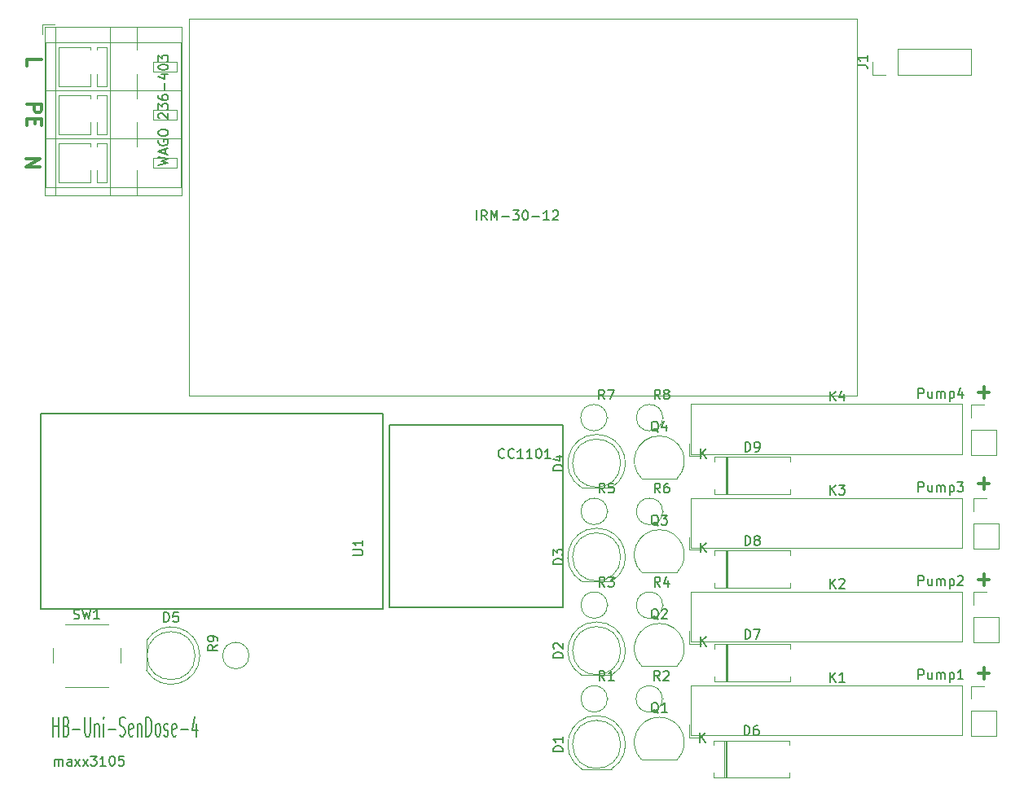
<source format=gbr>
%TF.GenerationSoftware,KiCad,Pcbnew,(5.1.9)-1*%
%TF.CreationDate,2021-02-20T10:07:39+01:00*%
%TF.ProjectId,HB-Uni-SenDose-4,48422d55-6e69-42d5-9365-6e446f73652d,rev?*%
%TF.SameCoordinates,Original*%
%TF.FileFunction,Legend,Top*%
%TF.FilePolarity,Positive*%
%FSLAX46Y46*%
G04 Gerber Fmt 4.6, Leading zero omitted, Abs format (unit mm)*
G04 Created by KiCad (PCBNEW (5.1.9)-1) date 2021-02-20 10:07:39*
%MOMM*%
%LPD*%
G01*
G04 APERTURE LIST*
%ADD10C,0.300000*%
%ADD11C,0.150000*%
%ADD12C,0.120000*%
G04 APERTURE END LIST*
D10*
X81321428Y-58428571D02*
X82821428Y-58428571D01*
X82821428Y-59000000D01*
X82750000Y-59142857D01*
X82678571Y-59214285D01*
X82535714Y-59285714D01*
X82321428Y-59285714D01*
X82178571Y-59214285D01*
X82107142Y-59142857D01*
X82035714Y-59000000D01*
X82035714Y-58428571D01*
X82107142Y-59928571D02*
X82107142Y-60428571D01*
X81321428Y-60642857D02*
X81321428Y-59928571D01*
X82821428Y-59928571D01*
X82821428Y-60642857D01*
X81321428Y-54464285D02*
X81321428Y-53750000D01*
X82821428Y-53750000D01*
X82678571Y-64928571D02*
X81178571Y-64928571D01*
X82678571Y-64071428D01*
X81178571Y-64071428D01*
X180178571Y-117607142D02*
X181321428Y-117607142D01*
X180750000Y-118178571D02*
X180750000Y-117035714D01*
X180178571Y-107857142D02*
X181321428Y-107857142D01*
X180750000Y-108428571D02*
X180750000Y-107285714D01*
X180178571Y-97857142D02*
X181321428Y-97857142D01*
X180750000Y-98428571D02*
X180750000Y-97285714D01*
X180178571Y-88357142D02*
X181321428Y-88357142D01*
X180750000Y-88928571D02*
X180750000Y-87785714D01*
D11*
X84154761Y-127202380D02*
X84154761Y-126535714D01*
X84154761Y-126630952D02*
X84202380Y-126583333D01*
X84297619Y-126535714D01*
X84440476Y-126535714D01*
X84535714Y-126583333D01*
X84583333Y-126678571D01*
X84583333Y-127202380D01*
X84583333Y-126678571D02*
X84630952Y-126583333D01*
X84726190Y-126535714D01*
X84869047Y-126535714D01*
X84964285Y-126583333D01*
X85011904Y-126678571D01*
X85011904Y-127202380D01*
X85916666Y-127202380D02*
X85916666Y-126678571D01*
X85869047Y-126583333D01*
X85773809Y-126535714D01*
X85583333Y-126535714D01*
X85488095Y-126583333D01*
X85916666Y-127154761D02*
X85821428Y-127202380D01*
X85583333Y-127202380D01*
X85488095Y-127154761D01*
X85440476Y-127059523D01*
X85440476Y-126964285D01*
X85488095Y-126869047D01*
X85583333Y-126821428D01*
X85821428Y-126821428D01*
X85916666Y-126773809D01*
X86297619Y-127202380D02*
X86821428Y-126535714D01*
X86297619Y-126535714D02*
X86821428Y-127202380D01*
X87107142Y-127202380D02*
X87630952Y-126535714D01*
X87107142Y-126535714D02*
X87630952Y-127202380D01*
X87916666Y-126202380D02*
X88535714Y-126202380D01*
X88202380Y-126583333D01*
X88345238Y-126583333D01*
X88440476Y-126630952D01*
X88488095Y-126678571D01*
X88535714Y-126773809D01*
X88535714Y-127011904D01*
X88488095Y-127107142D01*
X88440476Y-127154761D01*
X88345238Y-127202380D01*
X88059523Y-127202380D01*
X87964285Y-127154761D01*
X87916666Y-127107142D01*
X89488095Y-127202380D02*
X88916666Y-127202380D01*
X89202380Y-127202380D02*
X89202380Y-126202380D01*
X89107142Y-126345238D01*
X89011904Y-126440476D01*
X88916666Y-126488095D01*
X90107142Y-126202380D02*
X90202380Y-126202380D01*
X90297619Y-126250000D01*
X90345238Y-126297619D01*
X90392857Y-126392857D01*
X90440476Y-126583333D01*
X90440476Y-126821428D01*
X90392857Y-127011904D01*
X90345238Y-127107142D01*
X90297619Y-127154761D01*
X90202380Y-127202380D01*
X90107142Y-127202380D01*
X90011904Y-127154761D01*
X89964285Y-127107142D01*
X89916666Y-127011904D01*
X89869047Y-126821428D01*
X89869047Y-126583333D01*
X89916666Y-126392857D01*
X89964285Y-126297619D01*
X90011904Y-126250000D01*
X90107142Y-126202380D01*
X91345238Y-126202380D02*
X90869047Y-126202380D01*
X90821428Y-126678571D01*
X90869047Y-126630952D01*
X90964285Y-126583333D01*
X91202380Y-126583333D01*
X91297619Y-126630952D01*
X91345238Y-126678571D01*
X91392857Y-126773809D01*
X91392857Y-127011904D01*
X91345238Y-127107142D01*
X91297619Y-127154761D01*
X91202380Y-127202380D01*
X90964285Y-127202380D01*
X90869047Y-127154761D01*
X90821428Y-127107142D01*
X84023809Y-124154761D02*
X84023809Y-122154761D01*
X84023809Y-123107142D02*
X84595238Y-123107142D01*
X84595238Y-124154761D02*
X84595238Y-122154761D01*
X85404761Y-123107142D02*
X85547619Y-123202380D01*
X85595238Y-123297619D01*
X85642857Y-123488095D01*
X85642857Y-123773809D01*
X85595238Y-123964285D01*
X85547619Y-124059523D01*
X85452380Y-124154761D01*
X85071428Y-124154761D01*
X85071428Y-122154761D01*
X85404761Y-122154761D01*
X85500000Y-122250000D01*
X85547619Y-122345238D01*
X85595238Y-122535714D01*
X85595238Y-122726190D01*
X85547619Y-122916666D01*
X85500000Y-123011904D01*
X85404761Y-123107142D01*
X85071428Y-123107142D01*
X86071428Y-123392857D02*
X86833333Y-123392857D01*
X87309523Y-122154761D02*
X87309523Y-123773809D01*
X87357142Y-123964285D01*
X87404761Y-124059523D01*
X87500000Y-124154761D01*
X87690476Y-124154761D01*
X87785714Y-124059523D01*
X87833333Y-123964285D01*
X87880952Y-123773809D01*
X87880952Y-122154761D01*
X88357142Y-122821428D02*
X88357142Y-124154761D01*
X88357142Y-123011904D02*
X88404761Y-122916666D01*
X88500000Y-122821428D01*
X88642857Y-122821428D01*
X88738095Y-122916666D01*
X88785714Y-123107142D01*
X88785714Y-124154761D01*
X89261904Y-124154761D02*
X89261904Y-122821428D01*
X89261904Y-122154761D02*
X89214285Y-122250000D01*
X89261904Y-122345238D01*
X89309523Y-122250000D01*
X89261904Y-122154761D01*
X89261904Y-122345238D01*
X89738095Y-123392857D02*
X90500000Y-123392857D01*
X90928571Y-124059523D02*
X91071428Y-124154761D01*
X91309523Y-124154761D01*
X91404761Y-124059523D01*
X91452380Y-123964285D01*
X91500000Y-123773809D01*
X91500000Y-123583333D01*
X91452380Y-123392857D01*
X91404761Y-123297619D01*
X91309523Y-123202380D01*
X91119047Y-123107142D01*
X91023809Y-123011904D01*
X90976190Y-122916666D01*
X90928571Y-122726190D01*
X90928571Y-122535714D01*
X90976190Y-122345238D01*
X91023809Y-122250000D01*
X91119047Y-122154761D01*
X91357142Y-122154761D01*
X91500000Y-122250000D01*
X92309523Y-124059523D02*
X92214285Y-124154761D01*
X92023809Y-124154761D01*
X91928571Y-124059523D01*
X91880952Y-123869047D01*
X91880952Y-123107142D01*
X91928571Y-122916666D01*
X92023809Y-122821428D01*
X92214285Y-122821428D01*
X92309523Y-122916666D01*
X92357142Y-123107142D01*
X92357142Y-123297619D01*
X91880952Y-123488095D01*
X92785714Y-122821428D02*
X92785714Y-124154761D01*
X92785714Y-123011904D02*
X92833333Y-122916666D01*
X92928571Y-122821428D01*
X93071428Y-122821428D01*
X93166666Y-122916666D01*
X93214285Y-123107142D01*
X93214285Y-124154761D01*
X93690476Y-124154761D02*
X93690476Y-122154761D01*
X93928571Y-122154761D01*
X94071428Y-122250000D01*
X94166666Y-122440476D01*
X94214285Y-122630952D01*
X94261904Y-123011904D01*
X94261904Y-123297619D01*
X94214285Y-123678571D01*
X94166666Y-123869047D01*
X94071428Y-124059523D01*
X93928571Y-124154761D01*
X93690476Y-124154761D01*
X94833333Y-124154761D02*
X94738095Y-124059523D01*
X94690476Y-123964285D01*
X94642857Y-123773809D01*
X94642857Y-123202380D01*
X94690476Y-123011904D01*
X94738095Y-122916666D01*
X94833333Y-122821428D01*
X94976190Y-122821428D01*
X95071428Y-122916666D01*
X95119047Y-123011904D01*
X95166666Y-123202380D01*
X95166666Y-123773809D01*
X95119047Y-123964285D01*
X95071428Y-124059523D01*
X94976190Y-124154761D01*
X94833333Y-124154761D01*
X95547619Y-124059523D02*
X95642857Y-124154761D01*
X95833333Y-124154761D01*
X95928571Y-124059523D01*
X95976190Y-123869047D01*
X95976190Y-123773809D01*
X95928571Y-123583333D01*
X95833333Y-123488095D01*
X95690476Y-123488095D01*
X95595238Y-123392857D01*
X95547619Y-123202380D01*
X95547619Y-123107142D01*
X95595238Y-122916666D01*
X95690476Y-122821428D01*
X95833333Y-122821428D01*
X95928571Y-122916666D01*
X96785714Y-124059523D02*
X96690476Y-124154761D01*
X96500000Y-124154761D01*
X96404761Y-124059523D01*
X96357142Y-123869047D01*
X96357142Y-123107142D01*
X96404761Y-122916666D01*
X96500000Y-122821428D01*
X96690476Y-122821428D01*
X96785714Y-122916666D01*
X96833333Y-123107142D01*
X96833333Y-123297619D01*
X96357142Y-123488095D01*
X97261904Y-123392857D02*
X98023809Y-123392857D01*
X98928571Y-122821428D02*
X98928571Y-124154761D01*
X98690476Y-122059523D02*
X98452380Y-123488095D01*
X99071428Y-123488095D01*
D12*
%TO.C,WAGO 236-403*%
X84250000Y-50380000D02*
X84250000Y-67920000D01*
X89950000Y-50380000D02*
X89950000Y-67920000D01*
X92750000Y-50380000D02*
X92750000Y-52770000D01*
X92750000Y-55230000D02*
X92750000Y-57770000D01*
X92750000Y-60230000D02*
X92750000Y-62770000D01*
X92750000Y-65230000D02*
X92750000Y-67920000D01*
X97370000Y-50380000D02*
X97370000Y-67920000D01*
X83130000Y-50380000D02*
X83130000Y-67920000D01*
X97370000Y-50380000D02*
X83130000Y-50380000D01*
X97370000Y-67920000D02*
X83130000Y-67920000D01*
X87850000Y-52500000D02*
X87850000Y-52770000D01*
X87850000Y-55230000D02*
X87850000Y-56500000D01*
X84550000Y-52500000D02*
X84550000Y-56500000D01*
X87850000Y-52500000D02*
X84550000Y-52500000D01*
X87850000Y-56500000D02*
X84550000Y-56500000D01*
X97250000Y-52000000D02*
X97250000Y-57000000D01*
X83250000Y-52000000D02*
X83250000Y-57000000D01*
X97250000Y-52000000D02*
X83250000Y-52000000D01*
X97250000Y-57000000D02*
X83250000Y-57000000D01*
X89550000Y-52500000D02*
X89550000Y-56500000D01*
X88550000Y-52500000D02*
X88550000Y-52770000D01*
X88550000Y-55230000D02*
X88550000Y-56500000D01*
X89550000Y-52500000D02*
X88550000Y-52500000D01*
X89550000Y-56500000D02*
X88550000Y-56500000D01*
X96900000Y-54000000D02*
X96900000Y-55000000D01*
X94401000Y-54000000D02*
X94401000Y-55000000D01*
X96900000Y-54000000D02*
X94401000Y-54000000D01*
X96900000Y-55000000D02*
X94401000Y-55000000D01*
X87850000Y-57500000D02*
X87850000Y-57770000D01*
X87850000Y-60230000D02*
X87850000Y-61500000D01*
X84550000Y-57500000D02*
X84550000Y-61500000D01*
X87850000Y-57500000D02*
X84550000Y-57500000D01*
X87850000Y-61500000D02*
X84550000Y-61500000D01*
X97250000Y-57000000D02*
X97250000Y-62000000D01*
X83250000Y-57000000D02*
X83250000Y-62000000D01*
X97250000Y-57000000D02*
X83250000Y-57000000D01*
X97250000Y-62000000D02*
X83250000Y-62000000D01*
X89550000Y-57500000D02*
X89550000Y-61500000D01*
X88550000Y-57500000D02*
X88550000Y-57770000D01*
X88550000Y-60230000D02*
X88550000Y-61500000D01*
X89550000Y-57500000D02*
X88550000Y-57500000D01*
X89550000Y-61500000D02*
X88550000Y-61500000D01*
X96900000Y-59000000D02*
X96900000Y-60000000D01*
X94401000Y-59000000D02*
X94401000Y-60000000D01*
X96900000Y-59000000D02*
X94401000Y-59000000D01*
X96900000Y-60000000D02*
X94401000Y-60000000D01*
X87850000Y-62500000D02*
X87850000Y-62770000D01*
X87850000Y-65230000D02*
X87850000Y-66500000D01*
X84550000Y-62500000D02*
X84550000Y-66500000D01*
X87850000Y-62500000D02*
X84550000Y-62500000D01*
X87850000Y-66500000D02*
X84550000Y-66500000D01*
X97250000Y-62000000D02*
X97250000Y-67000000D01*
X83250000Y-62000000D02*
X83250000Y-67000000D01*
X97250000Y-62000000D02*
X83250000Y-62000000D01*
X97250000Y-67000000D02*
X83250000Y-67000000D01*
X89550000Y-62500000D02*
X89550000Y-66500000D01*
X88550000Y-62500000D02*
X88550000Y-62770000D01*
X88550000Y-65230000D02*
X88550000Y-66500000D01*
X89550000Y-62500000D02*
X88550000Y-62500000D01*
X89550000Y-66500000D02*
X88550000Y-66500000D01*
X96900000Y-64000000D02*
X96900000Y-65000000D01*
X94401000Y-64000000D02*
X94401000Y-65000000D01*
X96900000Y-64000000D02*
X94401000Y-64000000D01*
X96900000Y-65000000D02*
X94401000Y-65000000D01*
X84130000Y-50140000D02*
X82890000Y-50140000D01*
X82890000Y-50140000D02*
X82890000Y-51140000D01*
%TO.C,IRM-30-12*%
X98100000Y-49550000D02*
X167600000Y-49550000D01*
X167600000Y-88750000D02*
X98100000Y-88750000D01*
X98100000Y-88750000D02*
X98100000Y-49550000D01*
X167600000Y-49550000D02*
X167600000Y-88750000D01*
D11*
%TO.C,U2*%
X137000000Y-92750000D02*
X137000000Y-110750000D01*
X137000000Y-110750000D02*
X119000000Y-110750000D01*
X119000000Y-110750000D02*
X119000000Y-91750000D01*
X119000000Y-91750000D02*
X137000000Y-91750000D01*
X137000000Y-91750000D02*
X137000000Y-92750000D01*
%TO.C,U1*%
X82720000Y-110910000D02*
X118280000Y-110910000D01*
X82720000Y-90590000D02*
X82720000Y-110910000D01*
X118280000Y-90590000D02*
X82720000Y-90590000D01*
X118280000Y-110910000D02*
X118280000Y-90590000D01*
D12*
%TO.C,SW1*%
X85250000Y-119000000D02*
X89750000Y-119000000D01*
X84000000Y-115000000D02*
X84000000Y-116500000D01*
X89750000Y-112500000D02*
X85250000Y-112500000D01*
X91000000Y-116500000D02*
X91000000Y-115000000D01*
%TO.C,R9*%
X104370000Y-115750000D02*
G75*
G03*
X104370000Y-115750000I-1370000J0D01*
G01*
X103000000Y-114380000D02*
X103000000Y-114310000D01*
%TO.C,R8*%
X147370000Y-91000000D02*
G75*
G03*
X147370000Y-91000000I-1370000J0D01*
G01*
X147370000Y-91000000D02*
X147440000Y-91000000D01*
%TO.C,R7*%
X141580000Y-91000000D02*
G75*
G03*
X141580000Y-91000000I-1370000J0D01*
G01*
X141580000Y-91000000D02*
X141650000Y-91000000D01*
%TO.C,R6*%
X147370000Y-100750000D02*
G75*
G03*
X147370000Y-100750000I-1370000J0D01*
G01*
X147370000Y-100750000D02*
X147440000Y-100750000D01*
%TO.C,R5*%
X141620000Y-100750000D02*
G75*
G03*
X141620000Y-100750000I-1370000J0D01*
G01*
X141620000Y-100750000D02*
X141690000Y-100750000D01*
%TO.C,R4*%
X147370000Y-110500000D02*
G75*
G03*
X147370000Y-110500000I-1370000J0D01*
G01*
X147370000Y-110500000D02*
X147440000Y-110500000D01*
%TO.C,R3*%
X141620000Y-110500000D02*
G75*
G03*
X141620000Y-110500000I-1370000J0D01*
G01*
X141620000Y-110500000D02*
X141690000Y-110500000D01*
%TO.C,R2*%
X147330000Y-120250000D02*
G75*
G03*
X147330000Y-120250000I-1370000J0D01*
G01*
X147330000Y-120250000D02*
X147400000Y-120250000D01*
%TO.C,R1*%
X141620000Y-120250000D02*
G75*
G03*
X141620000Y-120250000I-1370000J0D01*
G01*
X141620000Y-120250000D02*
X141690000Y-120250000D01*
%TO.C,Q4*%
X145220000Y-97350000D02*
X148820000Y-97350000D01*
X148858478Y-97338478D02*
G75*
G03*
X147020000Y-92900000I-1838478J1838478D01*
G01*
X145181522Y-97338478D02*
G75*
G02*
X147020000Y-92900000I1838478J1838478D01*
G01*
%TO.C,Q3*%
X145220000Y-107100000D02*
X148820000Y-107100000D01*
X148858478Y-107088478D02*
G75*
G03*
X147020000Y-102650000I-1838478J1838478D01*
G01*
X145181522Y-107088478D02*
G75*
G02*
X147020000Y-102650000I1838478J1838478D01*
G01*
%TO.C,Q2*%
X145220000Y-116850000D02*
X148820000Y-116850000D01*
X148858478Y-116838478D02*
G75*
G03*
X147020000Y-112400000I-1838478J1838478D01*
G01*
X145181522Y-116838478D02*
G75*
G02*
X147020000Y-112400000I1838478J1838478D01*
G01*
%TO.C,Q1*%
X145220000Y-126600000D02*
X148820000Y-126600000D01*
X148858478Y-126588478D02*
G75*
G03*
X147020000Y-122150000I-1838478J1838478D01*
G01*
X145181522Y-126588478D02*
G75*
G02*
X147020000Y-122150000I1838478J1838478D01*
G01*
%TO.C,K4*%
X150100000Y-95000000D02*
X150100000Y-93700000D01*
X151400000Y-95000000D02*
X150100000Y-95000000D01*
X150300000Y-94800000D02*
X150300000Y-89600000D01*
X178500000Y-94800000D02*
X150300000Y-94800000D01*
X178500000Y-89600000D02*
X178500000Y-94800000D01*
X150300000Y-89600000D02*
X178500000Y-89600000D01*
%TO.C,K3*%
X150100000Y-104750000D02*
X150100000Y-103450000D01*
X151400000Y-104750000D02*
X150100000Y-104750000D01*
X150300000Y-104550000D02*
X150300000Y-99350000D01*
X178500000Y-104550000D02*
X150300000Y-104550000D01*
X178500000Y-99350000D02*
X178500000Y-104550000D01*
X150300000Y-99350000D02*
X178500000Y-99350000D01*
%TO.C,K2*%
X150100000Y-114500000D02*
X150100000Y-113200000D01*
X151400000Y-114500000D02*
X150100000Y-114500000D01*
X150300000Y-114300000D02*
X150300000Y-109100000D01*
X178500000Y-114300000D02*
X150300000Y-114300000D01*
X178500000Y-109100000D02*
X178500000Y-114300000D01*
X150300000Y-109100000D02*
X178500000Y-109100000D01*
%TO.C,K1*%
X150100000Y-124250000D02*
X150100000Y-122950000D01*
X151400000Y-124250000D02*
X150100000Y-124250000D01*
X150300000Y-124050000D02*
X150300000Y-118850000D01*
X178500000Y-124050000D02*
X150300000Y-124050000D01*
X178500000Y-118850000D02*
X178500000Y-124050000D01*
X150300000Y-118850000D02*
X178500000Y-118850000D01*
%TO.C,Pump4*%
X179420000Y-94870000D02*
X182080000Y-94870000D01*
X179420000Y-92270000D02*
X179420000Y-94870000D01*
X182080000Y-92270000D02*
X182080000Y-94870000D01*
X179420000Y-92270000D02*
X182080000Y-92270000D01*
X179420000Y-91000000D02*
X179420000Y-89670000D01*
X179420000Y-89670000D02*
X180750000Y-89670000D01*
%TO.C,Pump3*%
X179670000Y-104620000D02*
X182330000Y-104620000D01*
X179670000Y-102020000D02*
X179670000Y-104620000D01*
X182330000Y-102020000D02*
X182330000Y-104620000D01*
X179670000Y-102020000D02*
X182330000Y-102020000D01*
X179670000Y-100750000D02*
X179670000Y-99420000D01*
X179670000Y-99420000D02*
X181000000Y-99420000D01*
%TO.C,Pump2*%
X179670000Y-114330000D02*
X182330000Y-114330000D01*
X179670000Y-111730000D02*
X179670000Y-114330000D01*
X182330000Y-111730000D02*
X182330000Y-114330000D01*
X179670000Y-111730000D02*
X182330000Y-111730000D01*
X179670000Y-110460000D02*
X179670000Y-109130000D01*
X179670000Y-109130000D02*
X181000000Y-109130000D01*
%TO.C,Pump1*%
X179420000Y-124120000D02*
X182080000Y-124120000D01*
X179420000Y-121520000D02*
X179420000Y-124120000D01*
X182080000Y-121520000D02*
X182080000Y-124120000D01*
X179420000Y-121520000D02*
X182080000Y-121520000D01*
X179420000Y-120250000D02*
X179420000Y-118920000D01*
X179420000Y-118920000D02*
X180750000Y-118920000D01*
%TO.C,J1*%
X179450000Y-55330000D02*
X179450000Y-52670000D01*
X171770000Y-55330000D02*
X179450000Y-55330000D01*
X171770000Y-52670000D02*
X179450000Y-52670000D01*
X171770000Y-55330000D02*
X171770000Y-52670000D01*
X170500000Y-55330000D02*
X169170000Y-55330000D01*
X169170000Y-55330000D02*
X169170000Y-54000000D01*
%TO.C,D9*%
X152750000Y-95560000D02*
X152750000Y-95080000D01*
X152750000Y-95080000D02*
X160590000Y-95080000D01*
X160590000Y-95080000D02*
X160590000Y-95560000D01*
X152750000Y-98440000D02*
X152750000Y-98920000D01*
X152750000Y-98920000D02*
X160590000Y-98920000D01*
X160590000Y-98920000D02*
X160590000Y-98440000D01*
X154010000Y-95080000D02*
X154010000Y-98920000D01*
X154130000Y-95080000D02*
X154130000Y-98920000D01*
X153890000Y-95080000D02*
X153890000Y-98920000D01*
%TO.C,D8*%
X152750000Y-105310000D02*
X152750000Y-104830000D01*
X152750000Y-104830000D02*
X160590000Y-104830000D01*
X160590000Y-104830000D02*
X160590000Y-105310000D01*
X152750000Y-108190000D02*
X152750000Y-108670000D01*
X152750000Y-108670000D02*
X160590000Y-108670000D01*
X160590000Y-108670000D02*
X160590000Y-108190000D01*
X154010000Y-104830000D02*
X154010000Y-108670000D01*
X154130000Y-104830000D02*
X154130000Y-108670000D01*
X153890000Y-104830000D02*
X153890000Y-108670000D01*
%TO.C,D7*%
X152750000Y-115060000D02*
X152750000Y-114580000D01*
X152750000Y-114580000D02*
X160590000Y-114580000D01*
X160590000Y-114580000D02*
X160590000Y-115060000D01*
X152750000Y-117940000D02*
X152750000Y-118420000D01*
X152750000Y-118420000D02*
X160590000Y-118420000D01*
X160590000Y-118420000D02*
X160590000Y-117940000D01*
X154010000Y-114580000D02*
X154010000Y-118420000D01*
X154130000Y-114580000D02*
X154130000Y-118420000D01*
X153890000Y-114580000D02*
X153890000Y-118420000D01*
%TO.C,D6*%
X152660000Y-125060000D02*
X152660000Y-124580000D01*
X152660000Y-124580000D02*
X160500000Y-124580000D01*
X160500000Y-124580000D02*
X160500000Y-125060000D01*
X152660000Y-127940000D02*
X152660000Y-128420000D01*
X152660000Y-128420000D02*
X160500000Y-128420000D01*
X160500000Y-128420000D02*
X160500000Y-127940000D01*
X153920000Y-124580000D02*
X153920000Y-128420000D01*
X154040000Y-124580000D02*
X154040000Y-128420000D01*
X153800000Y-124580000D02*
X153800000Y-128420000D01*
%TO.C,D5*%
X98770000Y-115750000D02*
G75*
G03*
X98770000Y-115750000I-2500000J0D01*
G01*
X93710000Y-114205000D02*
X93710000Y-117295000D01*
X99260000Y-115749538D02*
G75*
G02*
X93710000Y-117294830I-2990000J-462D01*
G01*
X99260000Y-115750462D02*
G75*
G03*
X93710000Y-114205170I-2990000J462D01*
G01*
%TO.C,D4*%
X143000000Y-95730000D02*
G75*
G03*
X143000000Y-95730000I-2500000J0D01*
G01*
X138955000Y-98290000D02*
X142045000Y-98290000D01*
X140499538Y-92740000D02*
G75*
G02*
X142044830Y-98290000I462J-2990000D01*
G01*
X140500462Y-92740000D02*
G75*
G03*
X138955170Y-98290000I-462J-2990000D01*
G01*
%TO.C,D3*%
X143000000Y-105480000D02*
G75*
G03*
X143000000Y-105480000I-2500000J0D01*
G01*
X138955000Y-108040000D02*
X142045000Y-108040000D01*
X140499538Y-102490000D02*
G75*
G02*
X142044830Y-108040000I462J-2990000D01*
G01*
X140500462Y-102490000D02*
G75*
G03*
X138955170Y-108040000I-462J-2990000D01*
G01*
%TO.C,D2*%
X143000000Y-115230000D02*
G75*
G03*
X143000000Y-115230000I-2500000J0D01*
G01*
X138955000Y-117790000D02*
X142045000Y-117790000D01*
X140499538Y-112240000D02*
G75*
G02*
X142044830Y-117790000I462J-2990000D01*
G01*
X140500462Y-112240000D02*
G75*
G03*
X138955170Y-117790000I-462J-2990000D01*
G01*
%TO.C,D1*%
X143000000Y-124980000D02*
G75*
G03*
X143000000Y-124980000I-2500000J0D01*
G01*
X138955000Y-127540000D02*
X142045000Y-127540000D01*
X140499538Y-121990000D02*
G75*
G02*
X142044830Y-127540000I462J-2990000D01*
G01*
X140500462Y-121990000D02*
G75*
G03*
X138955170Y-127540000I-462J-2990000D01*
G01*
%TO.C,WAGO 236-403*%
D11*
X94952380Y-64738095D02*
X95952380Y-64500000D01*
X95238095Y-64309523D01*
X95952380Y-64119047D01*
X94952380Y-63880952D01*
X95666666Y-63547619D02*
X95666666Y-63071428D01*
X95952380Y-63642857D02*
X94952380Y-63309523D01*
X95952380Y-62976190D01*
X95000000Y-62119047D02*
X94952380Y-62214285D01*
X94952380Y-62357142D01*
X95000000Y-62500000D01*
X95095238Y-62595238D01*
X95190476Y-62642857D01*
X95380952Y-62690476D01*
X95523809Y-62690476D01*
X95714285Y-62642857D01*
X95809523Y-62595238D01*
X95904761Y-62500000D01*
X95952380Y-62357142D01*
X95952380Y-62261904D01*
X95904761Y-62119047D01*
X95857142Y-62071428D01*
X95523809Y-62071428D01*
X95523809Y-62261904D01*
X94952380Y-61452380D02*
X94952380Y-61261904D01*
X95000000Y-61166666D01*
X95095238Y-61071428D01*
X95285714Y-61023809D01*
X95619047Y-61023809D01*
X95809523Y-61071428D01*
X95904761Y-61166666D01*
X95952380Y-61261904D01*
X95952380Y-61452380D01*
X95904761Y-61547619D01*
X95809523Y-61642857D01*
X95619047Y-61690476D01*
X95285714Y-61690476D01*
X95095238Y-61642857D01*
X95000000Y-61547619D01*
X94952380Y-61452380D01*
X95047619Y-59880952D02*
X95000000Y-59833333D01*
X94952380Y-59738095D01*
X94952380Y-59500000D01*
X95000000Y-59404761D01*
X95047619Y-59357142D01*
X95142857Y-59309523D01*
X95238095Y-59309523D01*
X95380952Y-59357142D01*
X95952380Y-59928571D01*
X95952380Y-59309523D01*
X94952380Y-58976190D02*
X94952380Y-58357142D01*
X95333333Y-58690476D01*
X95333333Y-58547619D01*
X95380952Y-58452380D01*
X95428571Y-58404761D01*
X95523809Y-58357142D01*
X95761904Y-58357142D01*
X95857142Y-58404761D01*
X95904761Y-58452380D01*
X95952380Y-58547619D01*
X95952380Y-58833333D01*
X95904761Y-58928571D01*
X95857142Y-58976190D01*
X94952380Y-57500000D02*
X94952380Y-57690476D01*
X95000000Y-57785714D01*
X95047619Y-57833333D01*
X95190476Y-57928571D01*
X95380952Y-57976190D01*
X95761904Y-57976190D01*
X95857142Y-57928571D01*
X95904761Y-57880952D01*
X95952380Y-57785714D01*
X95952380Y-57595238D01*
X95904761Y-57500000D01*
X95857142Y-57452380D01*
X95761904Y-57404761D01*
X95523809Y-57404761D01*
X95428571Y-57452380D01*
X95380952Y-57500000D01*
X95333333Y-57595238D01*
X95333333Y-57785714D01*
X95380952Y-57880952D01*
X95428571Y-57928571D01*
X95523809Y-57976190D01*
X95571428Y-56976190D02*
X95571428Y-56214285D01*
X95285714Y-55309523D02*
X95952380Y-55309523D01*
X94904761Y-55547619D02*
X95619047Y-55785714D01*
X95619047Y-55166666D01*
X94952380Y-54595238D02*
X94952380Y-54500000D01*
X95000000Y-54404761D01*
X95047619Y-54357142D01*
X95142857Y-54309523D01*
X95333333Y-54261904D01*
X95571428Y-54261904D01*
X95761904Y-54309523D01*
X95857142Y-54357142D01*
X95904761Y-54404761D01*
X95952380Y-54500000D01*
X95952380Y-54595238D01*
X95904761Y-54690476D01*
X95857142Y-54738095D01*
X95761904Y-54785714D01*
X95571428Y-54833333D01*
X95333333Y-54833333D01*
X95142857Y-54785714D01*
X95047619Y-54738095D01*
X95000000Y-54690476D01*
X94952380Y-54595238D01*
X94952380Y-53928571D02*
X94952380Y-53309523D01*
X95333333Y-53642857D01*
X95333333Y-53500000D01*
X95380952Y-53404761D01*
X95428571Y-53357142D01*
X95523809Y-53309523D01*
X95761904Y-53309523D01*
X95857142Y-53357142D01*
X95904761Y-53404761D01*
X95952380Y-53500000D01*
X95952380Y-53785714D01*
X95904761Y-53880952D01*
X95857142Y-53928571D01*
%TO.C,IRM-30-12*%
X128035714Y-70452380D02*
X128035714Y-69452380D01*
X129083333Y-70452380D02*
X128750000Y-69976190D01*
X128511904Y-70452380D02*
X128511904Y-69452380D01*
X128892857Y-69452380D01*
X128988095Y-69500000D01*
X129035714Y-69547619D01*
X129083333Y-69642857D01*
X129083333Y-69785714D01*
X129035714Y-69880952D01*
X128988095Y-69928571D01*
X128892857Y-69976190D01*
X128511904Y-69976190D01*
X129511904Y-70452380D02*
X129511904Y-69452380D01*
X129845238Y-70166666D01*
X130178571Y-69452380D01*
X130178571Y-70452380D01*
X130654761Y-70071428D02*
X131416666Y-70071428D01*
X131797619Y-69452380D02*
X132416666Y-69452380D01*
X132083333Y-69833333D01*
X132226190Y-69833333D01*
X132321428Y-69880952D01*
X132369047Y-69928571D01*
X132416666Y-70023809D01*
X132416666Y-70261904D01*
X132369047Y-70357142D01*
X132321428Y-70404761D01*
X132226190Y-70452380D01*
X131940476Y-70452380D01*
X131845238Y-70404761D01*
X131797619Y-70357142D01*
X133035714Y-69452380D02*
X133130952Y-69452380D01*
X133226190Y-69500000D01*
X133273809Y-69547619D01*
X133321428Y-69642857D01*
X133369047Y-69833333D01*
X133369047Y-70071428D01*
X133321428Y-70261904D01*
X133273809Y-70357142D01*
X133226190Y-70404761D01*
X133130952Y-70452380D01*
X133035714Y-70452380D01*
X132940476Y-70404761D01*
X132892857Y-70357142D01*
X132845238Y-70261904D01*
X132797619Y-70071428D01*
X132797619Y-69833333D01*
X132845238Y-69642857D01*
X132892857Y-69547619D01*
X132940476Y-69500000D01*
X133035714Y-69452380D01*
X133797619Y-70071428D02*
X134559523Y-70071428D01*
X135559523Y-70452380D02*
X134988095Y-70452380D01*
X135273809Y-70452380D02*
X135273809Y-69452380D01*
X135178571Y-69595238D01*
X135083333Y-69690476D01*
X134988095Y-69738095D01*
X135940476Y-69547619D02*
X135988095Y-69500000D01*
X136083333Y-69452380D01*
X136321428Y-69452380D01*
X136416666Y-69500000D01*
X136464285Y-69547619D01*
X136511904Y-69642857D01*
X136511904Y-69738095D01*
X136464285Y-69880952D01*
X135892857Y-70452380D01*
X136511904Y-70452380D01*
%TO.C,U2*%
X130904761Y-95139142D02*
X130857142Y-95186761D01*
X130714285Y-95234380D01*
X130619047Y-95234380D01*
X130476190Y-95186761D01*
X130380952Y-95091523D01*
X130333333Y-94996285D01*
X130285714Y-94805809D01*
X130285714Y-94662952D01*
X130333333Y-94472476D01*
X130380952Y-94377238D01*
X130476190Y-94282000D01*
X130619047Y-94234380D01*
X130714285Y-94234380D01*
X130857142Y-94282000D01*
X130904761Y-94329619D01*
X131904761Y-95139142D02*
X131857142Y-95186761D01*
X131714285Y-95234380D01*
X131619047Y-95234380D01*
X131476190Y-95186761D01*
X131380952Y-95091523D01*
X131333333Y-94996285D01*
X131285714Y-94805809D01*
X131285714Y-94662952D01*
X131333333Y-94472476D01*
X131380952Y-94377238D01*
X131476190Y-94282000D01*
X131619047Y-94234380D01*
X131714285Y-94234380D01*
X131857142Y-94282000D01*
X131904761Y-94329619D01*
X132857142Y-95234380D02*
X132285714Y-95234380D01*
X132571428Y-95234380D02*
X132571428Y-94234380D01*
X132476190Y-94377238D01*
X132380952Y-94472476D01*
X132285714Y-94520095D01*
X133809523Y-95234380D02*
X133238095Y-95234380D01*
X133523809Y-95234380D02*
X133523809Y-94234380D01*
X133428571Y-94377238D01*
X133333333Y-94472476D01*
X133238095Y-94520095D01*
X134428571Y-94234380D02*
X134523809Y-94234380D01*
X134619047Y-94282000D01*
X134666666Y-94329619D01*
X134714285Y-94424857D01*
X134761904Y-94615333D01*
X134761904Y-94853428D01*
X134714285Y-95043904D01*
X134666666Y-95139142D01*
X134619047Y-95186761D01*
X134523809Y-95234380D01*
X134428571Y-95234380D01*
X134333333Y-95186761D01*
X134285714Y-95139142D01*
X134238095Y-95043904D01*
X134190476Y-94853428D01*
X134190476Y-94615333D01*
X134238095Y-94424857D01*
X134285714Y-94329619D01*
X134333333Y-94282000D01*
X134428571Y-94234380D01*
X135714285Y-95234380D02*
X135142857Y-95234380D01*
X135428571Y-95234380D02*
X135428571Y-94234380D01*
X135333333Y-94377238D01*
X135238095Y-94472476D01*
X135142857Y-94520095D01*
%TO.C,U1*%
X115192380Y-105321904D02*
X116001904Y-105321904D01*
X116097142Y-105274285D01*
X116144761Y-105226666D01*
X116192380Y-105131428D01*
X116192380Y-104940952D01*
X116144761Y-104845714D01*
X116097142Y-104798095D01*
X116001904Y-104750476D01*
X115192380Y-104750476D01*
X116192380Y-103750476D02*
X116192380Y-104321904D01*
X116192380Y-104036190D02*
X115192380Y-104036190D01*
X115335238Y-104131428D01*
X115430476Y-104226666D01*
X115478095Y-104321904D01*
%TO.C,SW1*%
X86166666Y-111904761D02*
X86309523Y-111952380D01*
X86547619Y-111952380D01*
X86642857Y-111904761D01*
X86690476Y-111857142D01*
X86738095Y-111761904D01*
X86738095Y-111666666D01*
X86690476Y-111571428D01*
X86642857Y-111523809D01*
X86547619Y-111476190D01*
X86357142Y-111428571D01*
X86261904Y-111380952D01*
X86214285Y-111333333D01*
X86166666Y-111238095D01*
X86166666Y-111142857D01*
X86214285Y-111047619D01*
X86261904Y-111000000D01*
X86357142Y-110952380D01*
X86595238Y-110952380D01*
X86738095Y-111000000D01*
X87071428Y-110952380D02*
X87309523Y-111952380D01*
X87500000Y-111238095D01*
X87690476Y-111952380D01*
X87928571Y-110952380D01*
X88833333Y-111952380D02*
X88261904Y-111952380D01*
X88547619Y-111952380D02*
X88547619Y-110952380D01*
X88452380Y-111095238D01*
X88357142Y-111190476D01*
X88261904Y-111238095D01*
%TO.C,R9*%
X101082380Y-114646666D02*
X100606190Y-114980000D01*
X101082380Y-115218095D02*
X100082380Y-115218095D01*
X100082380Y-114837142D01*
X100130000Y-114741904D01*
X100177619Y-114694285D01*
X100272857Y-114646666D01*
X100415714Y-114646666D01*
X100510952Y-114694285D01*
X100558571Y-114741904D01*
X100606190Y-114837142D01*
X100606190Y-115218095D01*
X101082380Y-114170476D02*
X101082380Y-113980000D01*
X101034761Y-113884761D01*
X100987142Y-113837142D01*
X100844285Y-113741904D01*
X100653809Y-113694285D01*
X100272857Y-113694285D01*
X100177619Y-113741904D01*
X100130000Y-113789523D01*
X100082380Y-113884761D01*
X100082380Y-114075238D01*
X100130000Y-114170476D01*
X100177619Y-114218095D01*
X100272857Y-114265714D01*
X100510952Y-114265714D01*
X100606190Y-114218095D01*
X100653809Y-114170476D01*
X100701428Y-114075238D01*
X100701428Y-113884761D01*
X100653809Y-113789523D01*
X100606190Y-113741904D01*
X100510952Y-113694285D01*
%TO.C,R8*%
X147103333Y-89082380D02*
X146770000Y-88606190D01*
X146531904Y-89082380D02*
X146531904Y-88082380D01*
X146912857Y-88082380D01*
X147008095Y-88130000D01*
X147055714Y-88177619D01*
X147103333Y-88272857D01*
X147103333Y-88415714D01*
X147055714Y-88510952D01*
X147008095Y-88558571D01*
X146912857Y-88606190D01*
X146531904Y-88606190D01*
X147674761Y-88510952D02*
X147579523Y-88463333D01*
X147531904Y-88415714D01*
X147484285Y-88320476D01*
X147484285Y-88272857D01*
X147531904Y-88177619D01*
X147579523Y-88130000D01*
X147674761Y-88082380D01*
X147865238Y-88082380D01*
X147960476Y-88130000D01*
X148008095Y-88177619D01*
X148055714Y-88272857D01*
X148055714Y-88320476D01*
X148008095Y-88415714D01*
X147960476Y-88463333D01*
X147865238Y-88510952D01*
X147674761Y-88510952D01*
X147579523Y-88558571D01*
X147531904Y-88606190D01*
X147484285Y-88701428D01*
X147484285Y-88891904D01*
X147531904Y-88987142D01*
X147579523Y-89034761D01*
X147674761Y-89082380D01*
X147865238Y-89082380D01*
X147960476Y-89034761D01*
X148008095Y-88987142D01*
X148055714Y-88891904D01*
X148055714Y-88701428D01*
X148008095Y-88606190D01*
X147960476Y-88558571D01*
X147865238Y-88510952D01*
%TO.C,R7*%
X141313333Y-89082380D02*
X140980000Y-88606190D01*
X140741904Y-89082380D02*
X140741904Y-88082380D01*
X141122857Y-88082380D01*
X141218095Y-88130000D01*
X141265714Y-88177619D01*
X141313333Y-88272857D01*
X141313333Y-88415714D01*
X141265714Y-88510952D01*
X141218095Y-88558571D01*
X141122857Y-88606190D01*
X140741904Y-88606190D01*
X141646666Y-88082380D02*
X142313333Y-88082380D01*
X141884761Y-89082380D01*
%TO.C,R6*%
X147103333Y-98832380D02*
X146770000Y-98356190D01*
X146531904Y-98832380D02*
X146531904Y-97832380D01*
X146912857Y-97832380D01*
X147008095Y-97880000D01*
X147055714Y-97927619D01*
X147103333Y-98022857D01*
X147103333Y-98165714D01*
X147055714Y-98260952D01*
X147008095Y-98308571D01*
X146912857Y-98356190D01*
X146531904Y-98356190D01*
X147960476Y-97832380D02*
X147770000Y-97832380D01*
X147674761Y-97880000D01*
X147627142Y-97927619D01*
X147531904Y-98070476D01*
X147484285Y-98260952D01*
X147484285Y-98641904D01*
X147531904Y-98737142D01*
X147579523Y-98784761D01*
X147674761Y-98832380D01*
X147865238Y-98832380D01*
X147960476Y-98784761D01*
X148008095Y-98737142D01*
X148055714Y-98641904D01*
X148055714Y-98403809D01*
X148008095Y-98308571D01*
X147960476Y-98260952D01*
X147865238Y-98213333D01*
X147674761Y-98213333D01*
X147579523Y-98260952D01*
X147531904Y-98308571D01*
X147484285Y-98403809D01*
%TO.C,R5*%
X141353333Y-98832380D02*
X141020000Y-98356190D01*
X140781904Y-98832380D02*
X140781904Y-97832380D01*
X141162857Y-97832380D01*
X141258095Y-97880000D01*
X141305714Y-97927619D01*
X141353333Y-98022857D01*
X141353333Y-98165714D01*
X141305714Y-98260952D01*
X141258095Y-98308571D01*
X141162857Y-98356190D01*
X140781904Y-98356190D01*
X142258095Y-97832380D02*
X141781904Y-97832380D01*
X141734285Y-98308571D01*
X141781904Y-98260952D01*
X141877142Y-98213333D01*
X142115238Y-98213333D01*
X142210476Y-98260952D01*
X142258095Y-98308571D01*
X142305714Y-98403809D01*
X142305714Y-98641904D01*
X142258095Y-98737142D01*
X142210476Y-98784761D01*
X142115238Y-98832380D01*
X141877142Y-98832380D01*
X141781904Y-98784761D01*
X141734285Y-98737142D01*
%TO.C,R4*%
X147103333Y-108582380D02*
X146770000Y-108106190D01*
X146531904Y-108582380D02*
X146531904Y-107582380D01*
X146912857Y-107582380D01*
X147008095Y-107630000D01*
X147055714Y-107677619D01*
X147103333Y-107772857D01*
X147103333Y-107915714D01*
X147055714Y-108010952D01*
X147008095Y-108058571D01*
X146912857Y-108106190D01*
X146531904Y-108106190D01*
X147960476Y-107915714D02*
X147960476Y-108582380D01*
X147722380Y-107534761D02*
X147484285Y-108249047D01*
X148103333Y-108249047D01*
%TO.C,R3*%
X141353333Y-108582380D02*
X141020000Y-108106190D01*
X140781904Y-108582380D02*
X140781904Y-107582380D01*
X141162857Y-107582380D01*
X141258095Y-107630000D01*
X141305714Y-107677619D01*
X141353333Y-107772857D01*
X141353333Y-107915714D01*
X141305714Y-108010952D01*
X141258095Y-108058571D01*
X141162857Y-108106190D01*
X140781904Y-108106190D01*
X141686666Y-107582380D02*
X142305714Y-107582380D01*
X141972380Y-107963333D01*
X142115238Y-107963333D01*
X142210476Y-108010952D01*
X142258095Y-108058571D01*
X142305714Y-108153809D01*
X142305714Y-108391904D01*
X142258095Y-108487142D01*
X142210476Y-108534761D01*
X142115238Y-108582380D01*
X141829523Y-108582380D01*
X141734285Y-108534761D01*
X141686666Y-108487142D01*
%TO.C,R2*%
X147063333Y-118332380D02*
X146730000Y-117856190D01*
X146491904Y-118332380D02*
X146491904Y-117332380D01*
X146872857Y-117332380D01*
X146968095Y-117380000D01*
X147015714Y-117427619D01*
X147063333Y-117522857D01*
X147063333Y-117665714D01*
X147015714Y-117760952D01*
X146968095Y-117808571D01*
X146872857Y-117856190D01*
X146491904Y-117856190D01*
X147444285Y-117427619D02*
X147491904Y-117380000D01*
X147587142Y-117332380D01*
X147825238Y-117332380D01*
X147920476Y-117380000D01*
X147968095Y-117427619D01*
X148015714Y-117522857D01*
X148015714Y-117618095D01*
X147968095Y-117760952D01*
X147396666Y-118332380D01*
X148015714Y-118332380D01*
%TO.C,R1*%
X141353333Y-118332380D02*
X141020000Y-117856190D01*
X140781904Y-118332380D02*
X140781904Y-117332380D01*
X141162857Y-117332380D01*
X141258095Y-117380000D01*
X141305714Y-117427619D01*
X141353333Y-117522857D01*
X141353333Y-117665714D01*
X141305714Y-117760952D01*
X141258095Y-117808571D01*
X141162857Y-117856190D01*
X140781904Y-117856190D01*
X142305714Y-118332380D02*
X141734285Y-118332380D01*
X142020000Y-118332380D02*
X142020000Y-117332380D01*
X141924761Y-117475238D01*
X141829523Y-117570476D01*
X141734285Y-117618095D01*
%TO.C,Q4*%
X146924761Y-92487619D02*
X146829523Y-92440000D01*
X146734285Y-92344761D01*
X146591428Y-92201904D01*
X146496190Y-92154285D01*
X146400952Y-92154285D01*
X146448571Y-92392380D02*
X146353333Y-92344761D01*
X146258095Y-92249523D01*
X146210476Y-92059047D01*
X146210476Y-91725714D01*
X146258095Y-91535238D01*
X146353333Y-91440000D01*
X146448571Y-91392380D01*
X146639047Y-91392380D01*
X146734285Y-91440000D01*
X146829523Y-91535238D01*
X146877142Y-91725714D01*
X146877142Y-92059047D01*
X146829523Y-92249523D01*
X146734285Y-92344761D01*
X146639047Y-92392380D01*
X146448571Y-92392380D01*
X147734285Y-91725714D02*
X147734285Y-92392380D01*
X147496190Y-91344761D02*
X147258095Y-92059047D01*
X147877142Y-92059047D01*
%TO.C,Q3*%
X146924761Y-102237619D02*
X146829523Y-102190000D01*
X146734285Y-102094761D01*
X146591428Y-101951904D01*
X146496190Y-101904285D01*
X146400952Y-101904285D01*
X146448571Y-102142380D02*
X146353333Y-102094761D01*
X146258095Y-101999523D01*
X146210476Y-101809047D01*
X146210476Y-101475714D01*
X146258095Y-101285238D01*
X146353333Y-101190000D01*
X146448571Y-101142380D01*
X146639047Y-101142380D01*
X146734285Y-101190000D01*
X146829523Y-101285238D01*
X146877142Y-101475714D01*
X146877142Y-101809047D01*
X146829523Y-101999523D01*
X146734285Y-102094761D01*
X146639047Y-102142380D01*
X146448571Y-102142380D01*
X147210476Y-101142380D02*
X147829523Y-101142380D01*
X147496190Y-101523333D01*
X147639047Y-101523333D01*
X147734285Y-101570952D01*
X147781904Y-101618571D01*
X147829523Y-101713809D01*
X147829523Y-101951904D01*
X147781904Y-102047142D01*
X147734285Y-102094761D01*
X147639047Y-102142380D01*
X147353333Y-102142380D01*
X147258095Y-102094761D01*
X147210476Y-102047142D01*
%TO.C,Q2*%
X146924761Y-111987619D02*
X146829523Y-111940000D01*
X146734285Y-111844761D01*
X146591428Y-111701904D01*
X146496190Y-111654285D01*
X146400952Y-111654285D01*
X146448571Y-111892380D02*
X146353333Y-111844761D01*
X146258095Y-111749523D01*
X146210476Y-111559047D01*
X146210476Y-111225714D01*
X146258095Y-111035238D01*
X146353333Y-110940000D01*
X146448571Y-110892380D01*
X146639047Y-110892380D01*
X146734285Y-110940000D01*
X146829523Y-111035238D01*
X146877142Y-111225714D01*
X146877142Y-111559047D01*
X146829523Y-111749523D01*
X146734285Y-111844761D01*
X146639047Y-111892380D01*
X146448571Y-111892380D01*
X147258095Y-110987619D02*
X147305714Y-110940000D01*
X147400952Y-110892380D01*
X147639047Y-110892380D01*
X147734285Y-110940000D01*
X147781904Y-110987619D01*
X147829523Y-111082857D01*
X147829523Y-111178095D01*
X147781904Y-111320952D01*
X147210476Y-111892380D01*
X147829523Y-111892380D01*
%TO.C,Q1*%
X146924761Y-121737619D02*
X146829523Y-121690000D01*
X146734285Y-121594761D01*
X146591428Y-121451904D01*
X146496190Y-121404285D01*
X146400952Y-121404285D01*
X146448571Y-121642380D02*
X146353333Y-121594761D01*
X146258095Y-121499523D01*
X146210476Y-121309047D01*
X146210476Y-120975714D01*
X146258095Y-120785238D01*
X146353333Y-120690000D01*
X146448571Y-120642380D01*
X146639047Y-120642380D01*
X146734285Y-120690000D01*
X146829523Y-120785238D01*
X146877142Y-120975714D01*
X146877142Y-121309047D01*
X146829523Y-121499523D01*
X146734285Y-121594761D01*
X146639047Y-121642380D01*
X146448571Y-121642380D01*
X147829523Y-121642380D02*
X147258095Y-121642380D01*
X147543809Y-121642380D02*
X147543809Y-120642380D01*
X147448571Y-120785238D01*
X147353333Y-120880476D01*
X147258095Y-120928095D01*
%TO.C,K4*%
X164761904Y-89252380D02*
X164761904Y-88252380D01*
X165333333Y-89252380D02*
X164904761Y-88680952D01*
X165333333Y-88252380D02*
X164761904Y-88823809D01*
X166190476Y-88585714D02*
X166190476Y-89252380D01*
X165952380Y-88204761D02*
X165714285Y-88919047D01*
X166333333Y-88919047D01*
%TO.C,K3*%
X164761904Y-99002380D02*
X164761904Y-98002380D01*
X165333333Y-99002380D02*
X164904761Y-98430952D01*
X165333333Y-98002380D02*
X164761904Y-98573809D01*
X165666666Y-98002380D02*
X166285714Y-98002380D01*
X165952380Y-98383333D01*
X166095238Y-98383333D01*
X166190476Y-98430952D01*
X166238095Y-98478571D01*
X166285714Y-98573809D01*
X166285714Y-98811904D01*
X166238095Y-98907142D01*
X166190476Y-98954761D01*
X166095238Y-99002380D01*
X165809523Y-99002380D01*
X165714285Y-98954761D01*
X165666666Y-98907142D01*
%TO.C,K2*%
X164761904Y-108752380D02*
X164761904Y-107752380D01*
X165333333Y-108752380D02*
X164904761Y-108180952D01*
X165333333Y-107752380D02*
X164761904Y-108323809D01*
X165714285Y-107847619D02*
X165761904Y-107800000D01*
X165857142Y-107752380D01*
X166095238Y-107752380D01*
X166190476Y-107800000D01*
X166238095Y-107847619D01*
X166285714Y-107942857D01*
X166285714Y-108038095D01*
X166238095Y-108180952D01*
X165666666Y-108752380D01*
X166285714Y-108752380D01*
%TO.C,K1*%
X164761904Y-118502380D02*
X164761904Y-117502380D01*
X165333333Y-118502380D02*
X164904761Y-117930952D01*
X165333333Y-117502380D02*
X164761904Y-118073809D01*
X166285714Y-118502380D02*
X165714285Y-118502380D01*
X166000000Y-118502380D02*
X166000000Y-117502380D01*
X165904761Y-117645238D01*
X165809523Y-117740476D01*
X165714285Y-117788095D01*
%TO.C,Pump4*%
X173940476Y-88952380D02*
X173940476Y-87952380D01*
X174321428Y-87952380D01*
X174416666Y-88000000D01*
X174464285Y-88047619D01*
X174511904Y-88142857D01*
X174511904Y-88285714D01*
X174464285Y-88380952D01*
X174416666Y-88428571D01*
X174321428Y-88476190D01*
X173940476Y-88476190D01*
X175369047Y-88285714D02*
X175369047Y-88952380D01*
X174940476Y-88285714D02*
X174940476Y-88809523D01*
X174988095Y-88904761D01*
X175083333Y-88952380D01*
X175226190Y-88952380D01*
X175321428Y-88904761D01*
X175369047Y-88857142D01*
X175845238Y-88952380D02*
X175845238Y-88285714D01*
X175845238Y-88380952D02*
X175892857Y-88333333D01*
X175988095Y-88285714D01*
X176130952Y-88285714D01*
X176226190Y-88333333D01*
X176273809Y-88428571D01*
X176273809Y-88952380D01*
X176273809Y-88428571D02*
X176321428Y-88333333D01*
X176416666Y-88285714D01*
X176559523Y-88285714D01*
X176654761Y-88333333D01*
X176702380Y-88428571D01*
X176702380Y-88952380D01*
X177178571Y-88285714D02*
X177178571Y-89285714D01*
X177178571Y-88333333D02*
X177273809Y-88285714D01*
X177464285Y-88285714D01*
X177559523Y-88333333D01*
X177607142Y-88380952D01*
X177654761Y-88476190D01*
X177654761Y-88761904D01*
X177607142Y-88857142D01*
X177559523Y-88904761D01*
X177464285Y-88952380D01*
X177273809Y-88952380D01*
X177178571Y-88904761D01*
X178511904Y-88285714D02*
X178511904Y-88952380D01*
X178273809Y-87904761D02*
X178035714Y-88619047D01*
X178654761Y-88619047D01*
%TO.C,Pump3*%
X173940476Y-98702380D02*
X173940476Y-97702380D01*
X174321428Y-97702380D01*
X174416666Y-97750000D01*
X174464285Y-97797619D01*
X174511904Y-97892857D01*
X174511904Y-98035714D01*
X174464285Y-98130952D01*
X174416666Y-98178571D01*
X174321428Y-98226190D01*
X173940476Y-98226190D01*
X175369047Y-98035714D02*
X175369047Y-98702380D01*
X174940476Y-98035714D02*
X174940476Y-98559523D01*
X174988095Y-98654761D01*
X175083333Y-98702380D01*
X175226190Y-98702380D01*
X175321428Y-98654761D01*
X175369047Y-98607142D01*
X175845238Y-98702380D02*
X175845238Y-98035714D01*
X175845238Y-98130952D02*
X175892857Y-98083333D01*
X175988095Y-98035714D01*
X176130952Y-98035714D01*
X176226190Y-98083333D01*
X176273809Y-98178571D01*
X176273809Y-98702380D01*
X176273809Y-98178571D02*
X176321428Y-98083333D01*
X176416666Y-98035714D01*
X176559523Y-98035714D01*
X176654761Y-98083333D01*
X176702380Y-98178571D01*
X176702380Y-98702380D01*
X177178571Y-98035714D02*
X177178571Y-99035714D01*
X177178571Y-98083333D02*
X177273809Y-98035714D01*
X177464285Y-98035714D01*
X177559523Y-98083333D01*
X177607142Y-98130952D01*
X177654761Y-98226190D01*
X177654761Y-98511904D01*
X177607142Y-98607142D01*
X177559523Y-98654761D01*
X177464285Y-98702380D01*
X177273809Y-98702380D01*
X177178571Y-98654761D01*
X177988095Y-97702380D02*
X178607142Y-97702380D01*
X178273809Y-98083333D01*
X178416666Y-98083333D01*
X178511904Y-98130952D01*
X178559523Y-98178571D01*
X178607142Y-98273809D01*
X178607142Y-98511904D01*
X178559523Y-98607142D01*
X178511904Y-98654761D01*
X178416666Y-98702380D01*
X178130952Y-98702380D01*
X178035714Y-98654761D01*
X177988095Y-98607142D01*
%TO.C,Pump2*%
X173940476Y-108452380D02*
X173940476Y-107452380D01*
X174321428Y-107452380D01*
X174416666Y-107500000D01*
X174464285Y-107547619D01*
X174511904Y-107642857D01*
X174511904Y-107785714D01*
X174464285Y-107880952D01*
X174416666Y-107928571D01*
X174321428Y-107976190D01*
X173940476Y-107976190D01*
X175369047Y-107785714D02*
X175369047Y-108452380D01*
X174940476Y-107785714D02*
X174940476Y-108309523D01*
X174988095Y-108404761D01*
X175083333Y-108452380D01*
X175226190Y-108452380D01*
X175321428Y-108404761D01*
X175369047Y-108357142D01*
X175845238Y-108452380D02*
X175845238Y-107785714D01*
X175845238Y-107880952D02*
X175892857Y-107833333D01*
X175988095Y-107785714D01*
X176130952Y-107785714D01*
X176226190Y-107833333D01*
X176273809Y-107928571D01*
X176273809Y-108452380D01*
X176273809Y-107928571D02*
X176321428Y-107833333D01*
X176416666Y-107785714D01*
X176559523Y-107785714D01*
X176654761Y-107833333D01*
X176702380Y-107928571D01*
X176702380Y-108452380D01*
X177178571Y-107785714D02*
X177178571Y-108785714D01*
X177178571Y-107833333D02*
X177273809Y-107785714D01*
X177464285Y-107785714D01*
X177559523Y-107833333D01*
X177607142Y-107880952D01*
X177654761Y-107976190D01*
X177654761Y-108261904D01*
X177607142Y-108357142D01*
X177559523Y-108404761D01*
X177464285Y-108452380D01*
X177273809Y-108452380D01*
X177178571Y-108404761D01*
X178035714Y-107547619D02*
X178083333Y-107500000D01*
X178178571Y-107452380D01*
X178416666Y-107452380D01*
X178511904Y-107500000D01*
X178559523Y-107547619D01*
X178607142Y-107642857D01*
X178607142Y-107738095D01*
X178559523Y-107880952D01*
X177988095Y-108452380D01*
X178607142Y-108452380D01*
%TO.C,Pump1*%
X173940476Y-118202380D02*
X173940476Y-117202380D01*
X174321428Y-117202380D01*
X174416666Y-117250000D01*
X174464285Y-117297619D01*
X174511904Y-117392857D01*
X174511904Y-117535714D01*
X174464285Y-117630952D01*
X174416666Y-117678571D01*
X174321428Y-117726190D01*
X173940476Y-117726190D01*
X175369047Y-117535714D02*
X175369047Y-118202380D01*
X174940476Y-117535714D02*
X174940476Y-118059523D01*
X174988095Y-118154761D01*
X175083333Y-118202380D01*
X175226190Y-118202380D01*
X175321428Y-118154761D01*
X175369047Y-118107142D01*
X175845238Y-118202380D02*
X175845238Y-117535714D01*
X175845238Y-117630952D02*
X175892857Y-117583333D01*
X175988095Y-117535714D01*
X176130952Y-117535714D01*
X176226190Y-117583333D01*
X176273809Y-117678571D01*
X176273809Y-118202380D01*
X176273809Y-117678571D02*
X176321428Y-117583333D01*
X176416666Y-117535714D01*
X176559523Y-117535714D01*
X176654761Y-117583333D01*
X176702380Y-117678571D01*
X176702380Y-118202380D01*
X177178571Y-117535714D02*
X177178571Y-118535714D01*
X177178571Y-117583333D02*
X177273809Y-117535714D01*
X177464285Y-117535714D01*
X177559523Y-117583333D01*
X177607142Y-117630952D01*
X177654761Y-117726190D01*
X177654761Y-118011904D01*
X177607142Y-118107142D01*
X177559523Y-118154761D01*
X177464285Y-118202380D01*
X177273809Y-118202380D01*
X177178571Y-118154761D01*
X178607142Y-118202380D02*
X178035714Y-118202380D01*
X178321428Y-118202380D02*
X178321428Y-117202380D01*
X178226190Y-117345238D01*
X178130952Y-117440476D01*
X178035714Y-117488095D01*
%TO.C,J1*%
X167622380Y-54333333D02*
X168336666Y-54333333D01*
X168479523Y-54380952D01*
X168574761Y-54476190D01*
X168622380Y-54619047D01*
X168622380Y-54714285D01*
X168622380Y-53333333D02*
X168622380Y-53904761D01*
X168622380Y-53619047D02*
X167622380Y-53619047D01*
X167765238Y-53714285D01*
X167860476Y-53809523D01*
X167908095Y-53904761D01*
%TO.C,D9*%
X155931904Y-94532380D02*
X155931904Y-93532380D01*
X156170000Y-93532380D01*
X156312857Y-93580000D01*
X156408095Y-93675238D01*
X156455714Y-93770476D01*
X156503333Y-93960952D01*
X156503333Y-94103809D01*
X156455714Y-94294285D01*
X156408095Y-94389523D01*
X156312857Y-94484761D01*
X156170000Y-94532380D01*
X155931904Y-94532380D01*
X156979523Y-94532380D02*
X157170000Y-94532380D01*
X157265238Y-94484761D01*
X157312857Y-94437142D01*
X157408095Y-94294285D01*
X157455714Y-94103809D01*
X157455714Y-93722857D01*
X157408095Y-93627619D01*
X157360476Y-93580000D01*
X157265238Y-93532380D01*
X157074761Y-93532380D01*
X156979523Y-93580000D01*
X156931904Y-93627619D01*
X156884285Y-93722857D01*
X156884285Y-93960952D01*
X156931904Y-94056190D01*
X156979523Y-94103809D01*
X157074761Y-94151428D01*
X157265238Y-94151428D01*
X157360476Y-94103809D01*
X157408095Y-94056190D01*
X157455714Y-93960952D01*
X151328095Y-95252380D02*
X151328095Y-94252380D01*
X151899523Y-95252380D02*
X151470952Y-94680952D01*
X151899523Y-94252380D02*
X151328095Y-94823809D01*
%TO.C,D8*%
X155931904Y-104282380D02*
X155931904Y-103282380D01*
X156170000Y-103282380D01*
X156312857Y-103330000D01*
X156408095Y-103425238D01*
X156455714Y-103520476D01*
X156503333Y-103710952D01*
X156503333Y-103853809D01*
X156455714Y-104044285D01*
X156408095Y-104139523D01*
X156312857Y-104234761D01*
X156170000Y-104282380D01*
X155931904Y-104282380D01*
X157074761Y-103710952D02*
X156979523Y-103663333D01*
X156931904Y-103615714D01*
X156884285Y-103520476D01*
X156884285Y-103472857D01*
X156931904Y-103377619D01*
X156979523Y-103330000D01*
X157074761Y-103282380D01*
X157265238Y-103282380D01*
X157360476Y-103330000D01*
X157408095Y-103377619D01*
X157455714Y-103472857D01*
X157455714Y-103520476D01*
X157408095Y-103615714D01*
X157360476Y-103663333D01*
X157265238Y-103710952D01*
X157074761Y-103710952D01*
X156979523Y-103758571D01*
X156931904Y-103806190D01*
X156884285Y-103901428D01*
X156884285Y-104091904D01*
X156931904Y-104187142D01*
X156979523Y-104234761D01*
X157074761Y-104282380D01*
X157265238Y-104282380D01*
X157360476Y-104234761D01*
X157408095Y-104187142D01*
X157455714Y-104091904D01*
X157455714Y-103901428D01*
X157408095Y-103806190D01*
X157360476Y-103758571D01*
X157265238Y-103710952D01*
X151328095Y-105002380D02*
X151328095Y-104002380D01*
X151899523Y-105002380D02*
X151470952Y-104430952D01*
X151899523Y-104002380D02*
X151328095Y-104573809D01*
%TO.C,D7*%
X155931904Y-114032380D02*
X155931904Y-113032380D01*
X156170000Y-113032380D01*
X156312857Y-113080000D01*
X156408095Y-113175238D01*
X156455714Y-113270476D01*
X156503333Y-113460952D01*
X156503333Y-113603809D01*
X156455714Y-113794285D01*
X156408095Y-113889523D01*
X156312857Y-113984761D01*
X156170000Y-114032380D01*
X155931904Y-114032380D01*
X156836666Y-113032380D02*
X157503333Y-113032380D01*
X157074761Y-114032380D01*
X151328095Y-114752380D02*
X151328095Y-113752380D01*
X151899523Y-114752380D02*
X151470952Y-114180952D01*
X151899523Y-113752380D02*
X151328095Y-114323809D01*
%TO.C,D6*%
X155841904Y-124032380D02*
X155841904Y-123032380D01*
X156080000Y-123032380D01*
X156222857Y-123080000D01*
X156318095Y-123175238D01*
X156365714Y-123270476D01*
X156413333Y-123460952D01*
X156413333Y-123603809D01*
X156365714Y-123794285D01*
X156318095Y-123889523D01*
X156222857Y-123984761D01*
X156080000Y-124032380D01*
X155841904Y-124032380D01*
X157270476Y-123032380D02*
X157080000Y-123032380D01*
X156984761Y-123080000D01*
X156937142Y-123127619D01*
X156841904Y-123270476D01*
X156794285Y-123460952D01*
X156794285Y-123841904D01*
X156841904Y-123937142D01*
X156889523Y-123984761D01*
X156984761Y-124032380D01*
X157175238Y-124032380D01*
X157270476Y-123984761D01*
X157318095Y-123937142D01*
X157365714Y-123841904D01*
X157365714Y-123603809D01*
X157318095Y-123508571D01*
X157270476Y-123460952D01*
X157175238Y-123413333D01*
X156984761Y-123413333D01*
X156889523Y-123460952D01*
X156841904Y-123508571D01*
X156794285Y-123603809D01*
X151238095Y-124752380D02*
X151238095Y-123752380D01*
X151809523Y-124752380D02*
X151380952Y-124180952D01*
X151809523Y-123752380D02*
X151238095Y-124323809D01*
%TO.C,D5*%
X95531904Y-112242380D02*
X95531904Y-111242380D01*
X95770000Y-111242380D01*
X95912857Y-111290000D01*
X96008095Y-111385238D01*
X96055714Y-111480476D01*
X96103333Y-111670952D01*
X96103333Y-111813809D01*
X96055714Y-112004285D01*
X96008095Y-112099523D01*
X95912857Y-112194761D01*
X95770000Y-112242380D01*
X95531904Y-112242380D01*
X97008095Y-111242380D02*
X96531904Y-111242380D01*
X96484285Y-111718571D01*
X96531904Y-111670952D01*
X96627142Y-111623333D01*
X96865238Y-111623333D01*
X96960476Y-111670952D01*
X97008095Y-111718571D01*
X97055714Y-111813809D01*
X97055714Y-112051904D01*
X97008095Y-112147142D01*
X96960476Y-112194761D01*
X96865238Y-112242380D01*
X96627142Y-112242380D01*
X96531904Y-112194761D01*
X96484285Y-112147142D01*
%TO.C,D4*%
X136992380Y-96468095D02*
X135992380Y-96468095D01*
X135992380Y-96230000D01*
X136040000Y-96087142D01*
X136135238Y-95991904D01*
X136230476Y-95944285D01*
X136420952Y-95896666D01*
X136563809Y-95896666D01*
X136754285Y-95944285D01*
X136849523Y-95991904D01*
X136944761Y-96087142D01*
X136992380Y-96230000D01*
X136992380Y-96468095D01*
X136325714Y-95039523D02*
X136992380Y-95039523D01*
X135944761Y-95277619D02*
X136659047Y-95515714D01*
X136659047Y-94896666D01*
%TO.C,D3*%
X136992380Y-106218095D02*
X135992380Y-106218095D01*
X135992380Y-105980000D01*
X136040000Y-105837142D01*
X136135238Y-105741904D01*
X136230476Y-105694285D01*
X136420952Y-105646666D01*
X136563809Y-105646666D01*
X136754285Y-105694285D01*
X136849523Y-105741904D01*
X136944761Y-105837142D01*
X136992380Y-105980000D01*
X136992380Y-106218095D01*
X135992380Y-105313333D02*
X135992380Y-104694285D01*
X136373333Y-105027619D01*
X136373333Y-104884761D01*
X136420952Y-104789523D01*
X136468571Y-104741904D01*
X136563809Y-104694285D01*
X136801904Y-104694285D01*
X136897142Y-104741904D01*
X136944761Y-104789523D01*
X136992380Y-104884761D01*
X136992380Y-105170476D01*
X136944761Y-105265714D01*
X136897142Y-105313333D01*
%TO.C,D2*%
X136992380Y-115968095D02*
X135992380Y-115968095D01*
X135992380Y-115730000D01*
X136040000Y-115587142D01*
X136135238Y-115491904D01*
X136230476Y-115444285D01*
X136420952Y-115396666D01*
X136563809Y-115396666D01*
X136754285Y-115444285D01*
X136849523Y-115491904D01*
X136944761Y-115587142D01*
X136992380Y-115730000D01*
X136992380Y-115968095D01*
X136087619Y-115015714D02*
X136040000Y-114968095D01*
X135992380Y-114872857D01*
X135992380Y-114634761D01*
X136040000Y-114539523D01*
X136087619Y-114491904D01*
X136182857Y-114444285D01*
X136278095Y-114444285D01*
X136420952Y-114491904D01*
X136992380Y-115063333D01*
X136992380Y-114444285D01*
%TO.C,D1*%
X136992380Y-125718095D02*
X135992380Y-125718095D01*
X135992380Y-125480000D01*
X136040000Y-125337142D01*
X136135238Y-125241904D01*
X136230476Y-125194285D01*
X136420952Y-125146666D01*
X136563809Y-125146666D01*
X136754285Y-125194285D01*
X136849523Y-125241904D01*
X136944761Y-125337142D01*
X136992380Y-125480000D01*
X136992380Y-125718095D01*
X136992380Y-124194285D02*
X136992380Y-124765714D01*
X136992380Y-124480000D02*
X135992380Y-124480000D01*
X136135238Y-124575238D01*
X136230476Y-124670476D01*
X136278095Y-124765714D01*
%TD*%
M02*

</source>
